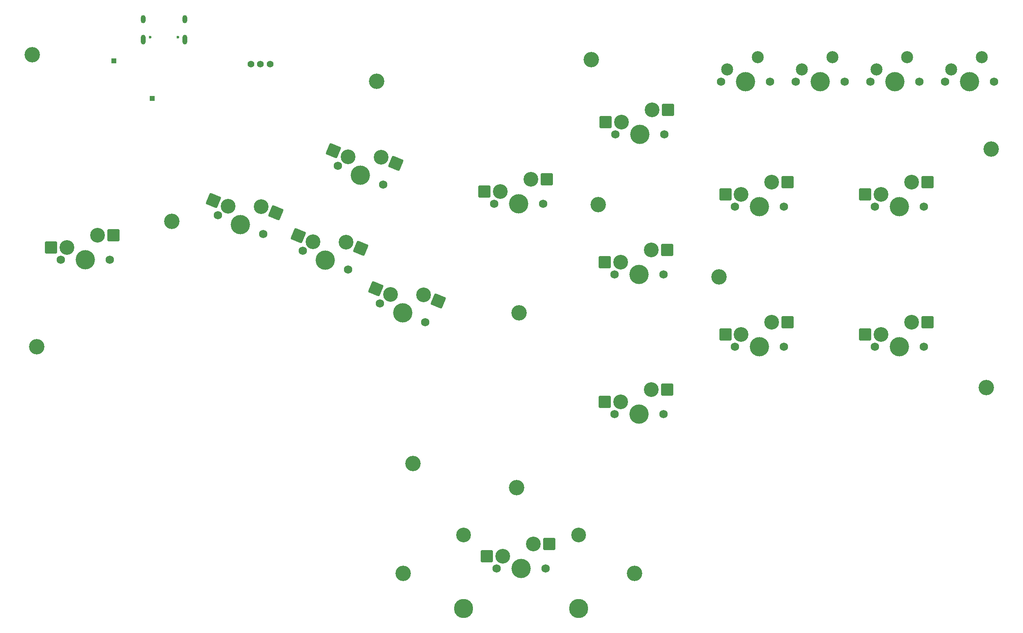
<source format=gbs>
G04 #@! TF.GenerationSoftware,KiCad,Pcbnew,8.0.4*
G04 #@! TF.CreationDate,2024-07-30T01:48:29-07:00*
G04 #@! TF.ProjectId,leverless_controller_3board,6c657665-726c-4657-9373-5f636f6e7472,rev?*
G04 #@! TF.SameCoordinates,Original*
G04 #@! TF.FileFunction,Soldermask,Bot*
G04 #@! TF.FilePolarity,Negative*
%FSLAX46Y46*%
G04 Gerber Fmt 4.6, Leading zero omitted, Abs format (unit mm)*
G04 Created by KiCad (PCBNEW 8.0.4) date 2024-07-30 01:48:29*
%MOMM*%
%LPD*%
G01*
G04 APERTURE LIST*
G04 Aperture macros list*
%AMRoundRect*
0 Rectangle with rounded corners*
0 $1 Rounding radius*
0 $2 $3 $4 $5 $6 $7 $8 $9 X,Y pos of 4 corners*
0 Add a 4 corners polygon primitive as box body*
4,1,4,$2,$3,$4,$5,$6,$7,$8,$9,$2,$3,0*
0 Add four circle primitives for the rounded corners*
1,1,$1+$1,$2,$3*
1,1,$1+$1,$4,$5*
1,1,$1+$1,$6,$7*
1,1,$1+$1,$8,$9*
0 Add four rect primitives between the rounded corners*
20,1,$1+$1,$2,$3,$4,$5,0*
20,1,$1+$1,$4,$5,$6,$7,0*
20,1,$1+$1,$6,$7,$8,$9,0*
20,1,$1+$1,$8,$9,$2,$3,0*%
G04 Aperture macros list end*
%ADD10C,1.750000*%
%ADD11C,3.050000*%
%ADD12C,4.000000*%
%ADD13RoundRect,0.250000X-1.025000X-1.000000X1.025000X-1.000000X1.025000X1.000000X-1.025000X1.000000X0*%
%ADD14C,3.200000*%
%ADD15C,2.500000*%
%ADD16RoundRect,0.250000X-1.329660X-0.531629X0.564293X-1.316130X1.329660X0.531629X-0.564293X1.316130X0*%
%ADD17C,1.400000*%
%ADD18R,1.000000X1.000000*%
%ADD19C,0.600000*%
%ADD20O,1.000000X2.000000*%
%ADD21O,1.000000X1.700000*%
%ADD22C,3.048000*%
%ADD23C,3.987800*%
G04 APERTURE END LIST*
D10*
G04 #@! TO.C,SW9_HK1*
X223853943Y-90000000D03*
D11*
X225123943Y-87460000D03*
D12*
X228933943Y-90000000D03*
D11*
X231473943Y-84920000D03*
D10*
X234013943Y-90000000D03*
D13*
X221848943Y-87460000D03*
X234775943Y-84920000D03*
G04 #@! TD*
D14*
G04 #@! TO.C,H12*
X166500000Y-60500000D03*
G04 #@! TD*
G04 #@! TO.C,H11*
X247000000Y-98500000D03*
G04 #@! TD*
D10*
G04 #@! TO.C,SW11_START1*
X191920000Y-35080000D03*
D12*
X197000000Y-35080000D03*
D10*
X202080000Y-35080000D03*
D15*
X193190000Y-32540000D03*
X199540000Y-30000000D03*
G04 #@! TD*
D14*
G04 #@! TO.C,H6*
X150000000Y-83000000D03*
G04 #@! TD*
D10*
G04 #@! TO.C,SW20_RIGHT1*
X121210635Y-81055968D03*
D11*
X123355978Y-79195322D03*
D12*
X125903943Y-83000000D03*
D11*
X130194629Y-79278708D03*
D10*
X130597251Y-84944032D03*
D16*
X120330272Y-77942034D03*
X133245279Y-80542329D03*
G04 #@! TD*
D10*
G04 #@! TO.C,SW18_DOWN1*
X105141464Y-70070330D03*
D11*
X107286807Y-68209684D03*
D12*
X109834772Y-72014362D03*
D11*
X114125458Y-68293070D03*
D10*
X114528080Y-73958394D03*
D16*
X104261101Y-66956396D03*
X117176108Y-69556691D03*
G04 #@! TD*
D14*
G04 #@! TO.C,H4*
X128000000Y-114250000D03*
G04 #@! TD*
D17*
G04 #@! TO.C,J2*
X98380000Y-31430000D03*
X96380000Y-31430000D03*
X94380000Y-31430000D03*
G04 #@! TD*
D10*
G04 #@! TO.C,SW17_W1*
X112431583Y-52470425D03*
D11*
X114576926Y-50609779D03*
D12*
X117124891Y-54414457D03*
D11*
X121415577Y-50693165D03*
D10*
X121818199Y-56358489D03*
D16*
X111551220Y-49356491D03*
X124466227Y-51956786D03*
G04 #@! TD*
D10*
G04 #@! TO.C,SW3_MK1*
X194853943Y-90000000D03*
D11*
X196123943Y-87460000D03*
D12*
X199933943Y-90000000D03*
D11*
X202473943Y-84920000D03*
D10*
X205013943Y-90000000D03*
D13*
X192848943Y-87460000D03*
X205775943Y-84920000D03*
G04 #@! TD*
D14*
G04 #@! TO.C,H1*
X49000000Y-29500000D03*
G04 #@! TD*
D18*
G04 #@! TO.C,TP1*
X66000000Y-30750000D03*
G04 #@! TD*
D14*
G04 #@! TO.C,H9*
X165000000Y-30500000D03*
G04 #@! TD*
D18*
G04 #@! TO.C,TP2*
X73900000Y-38500000D03*
G04 #@! TD*
D14*
G04 #@! TO.C,H2*
X50000000Y-90000000D03*
G04 #@! TD*
D10*
G04 #@! TO.C,SW2_LK1*
X169853943Y-104000000D03*
D11*
X171123943Y-101460000D03*
D12*
X174933943Y-104000000D03*
D11*
X177473943Y-98920000D03*
D10*
X180013943Y-104000000D03*
D13*
X167848943Y-101460000D03*
X180775943Y-98920000D03*
G04 #@! TD*
D10*
G04 #@! TO.C,SW8_DP1*
X54920000Y-71991696D03*
D11*
X56190000Y-69451696D03*
D12*
X60000000Y-71991696D03*
D11*
X62540000Y-66911696D03*
D10*
X65080000Y-71991696D03*
D13*
X52915000Y-69451696D03*
X65842000Y-66911696D03*
G04 #@! TD*
D10*
G04 #@! TO.C,SW12_THROW1*
X144835906Y-60354124D03*
D11*
X146105906Y-57814124D03*
D12*
X149915906Y-60354124D03*
D11*
X152455906Y-55274124D03*
D10*
X154995906Y-60354124D03*
D13*
X142830906Y-57814124D03*
X155757906Y-55274124D03*
G04 #@! TD*
D14*
G04 #@! TO.C,H13*
X174000000Y-137000000D03*
G04 #@! TD*
G04 #@! TO.C,H3*
X120500000Y-35000000D03*
G04 #@! TD*
G04 #@! TO.C,H8*
X191500000Y-75500000D03*
G04 #@! TD*
D19*
G04 #@! TO.C,J1*
X79270000Y-25795000D03*
X73490000Y-25795000D03*
D20*
X80700000Y-26295000D03*
D21*
X80700000Y-22100000D03*
D20*
X72060000Y-26295000D03*
D21*
X72060000Y-22100000D03*
G04 #@! TD*
D10*
G04 #@! TO.C,SW5_MP1*
X194853943Y-61000000D03*
D11*
X196123943Y-58460000D03*
D12*
X199933943Y-61000000D03*
D11*
X202473943Y-55920000D03*
D10*
X205013943Y-61000000D03*
D13*
X192848943Y-58460000D03*
X205775943Y-55920000D03*
G04 #@! TD*
D10*
G04 #@! TO.C,SW6_DI1*
X170034257Y-46000561D03*
D11*
X171304257Y-43460561D03*
D12*
X175114257Y-46000561D03*
D11*
X177654257Y-40920561D03*
D10*
X180194257Y-46000561D03*
D13*
X168029257Y-43460561D03*
X180956257Y-40920561D03*
G04 #@! TD*
D22*
G04 #@! TO.C,S1*
X138502000Y-129025000D03*
D23*
X138502000Y-144235000D03*
D22*
X162378000Y-129025000D03*
D23*
X162378000Y-144235000D03*
G04 #@! TD*
D10*
G04 #@! TO.C,SW19_LEFT1*
X87541559Y-62780211D03*
D11*
X89686902Y-60919565D03*
D12*
X92234867Y-64724243D03*
D11*
X96525553Y-61002951D03*
D10*
X96928175Y-66668275D03*
D16*
X86661196Y-59666277D03*
X99576203Y-62266572D03*
G04 #@! TD*
D14*
G04 #@! TO.C,H14*
X126000000Y-137000000D03*
G04 #@! TD*
D10*
G04 #@! TO.C,SW4_LP1*
X169853943Y-75000000D03*
D11*
X171123943Y-72460000D03*
D12*
X174933943Y-75000000D03*
D11*
X177473943Y-69920000D03*
D10*
X180013943Y-75000000D03*
D13*
X167848943Y-72460000D03*
X180775943Y-69920000D03*
G04 #@! TD*
D14*
G04 #@! TO.C,H10*
X248000000Y-49000000D03*
G04 #@! TD*
D10*
G04 #@! TO.C,SW7_HP1*
X223853943Y-61000000D03*
D11*
X225123943Y-58460000D03*
D12*
X228933943Y-61000000D03*
D11*
X231473943Y-55920000D03*
D10*
X234013943Y-61000000D03*
D13*
X221848943Y-58460000D03*
X234775943Y-55920000D03*
G04 #@! TD*
D14*
G04 #@! TO.C,H5*
X78000000Y-64000000D03*
G04 #@! TD*
D10*
G04 #@! TO.C,SW16_SPACE1*
X145360000Y-136010000D03*
D11*
X146630000Y-133470000D03*
D12*
X150440000Y-136010000D03*
D11*
X152980000Y-130930000D03*
D10*
X155520000Y-136010000D03*
D13*
X143355000Y-133470000D03*
X156282000Y-130930000D03*
G04 #@! TD*
D14*
G04 #@! TO.C,H7*
X149500000Y-119250000D03*
G04 #@! TD*
D10*
G04 #@! TO.C,SW10_SHARE1*
X207420000Y-35080000D03*
D12*
X212500000Y-35080000D03*
D10*
X217580000Y-35080000D03*
D15*
X208690000Y-32540000D03*
X215040000Y-30000000D03*
G04 #@! TD*
D10*
G04 #@! TO.C,SW15_TOUCHPAD1*
X238420000Y-35080000D03*
D12*
X243500000Y-35080000D03*
D10*
X248580000Y-35080000D03*
D15*
X239690000Y-32540000D03*
X246040000Y-30000000D03*
G04 #@! TD*
D10*
G04 #@! TO.C,SW14_PS1*
X222920000Y-35080000D03*
D12*
X228000000Y-35080000D03*
D10*
X233080000Y-35080000D03*
D15*
X224190000Y-32540000D03*
X230540000Y-30000000D03*
G04 #@! TD*
M02*

</source>
